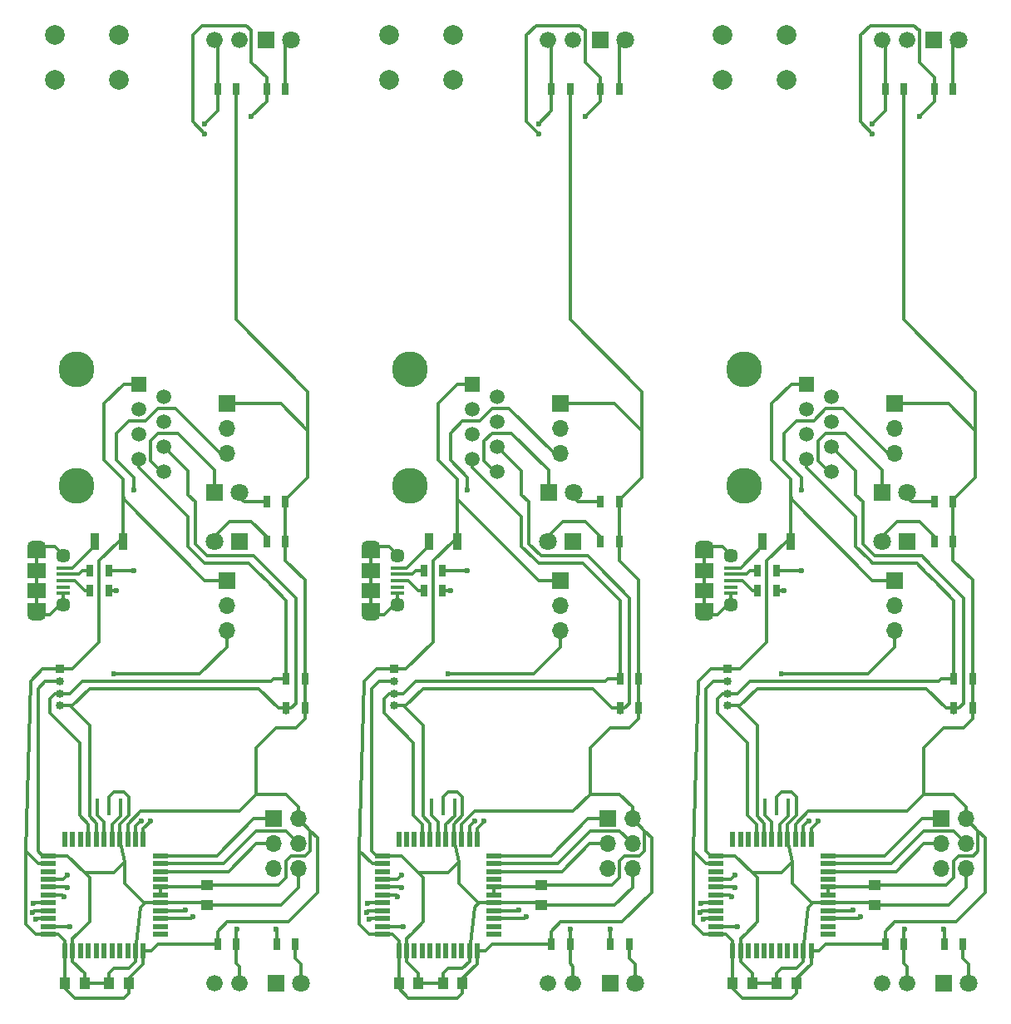
<source format=gtl>
%MOIN*%
%OFA0B0*%
%FSLAX46Y46*%
%IPPOS*%
%LPD*%
%ADD10C,0.0039370078740157488*%
%ADD11R,0.066929133858267723X0.066929133858267723*%
%ADD12O,0.066929133858267723X0.066929133858267723*%
%ADD13R,0.035433070866141732X0.066929133858267723*%
%ADD14R,0.059055118110236227X0.021653543307086617*%
%ADD15R,0.021653543307086617X0.059055118110236227*%
%ADD16R,0.074803149606299218X0.059055118110236227*%
%ADD17C,0.057086614173228349*%
%ADD18R,0.053149606299212608X0.015748031496062995*%
%ADD19O,0.074803149606299218X0.047244094488188976*%
%ADD20R,0.074803149606299218X0.047244094488188976*%
%ADD21R,0.015748031496062995X0.070866141732283464*%
%ADD22R,0.033464566929133861X0.033464566929133861*%
%ADD23C,0.033464566929133861*%
%ADD24C,0.1437007874015748*%
%ADD25R,0.059055118110236227X0.059055118110236227*%
%ADD26C,0.059055118110236227*%
%ADD27C,0.07874015748031496*%
%ADD28C,0.066*%
%ADD29R,0.070866141732283464X0.070866141732283464*%
%ADD30C,0.070866141732283464*%
%ADD31R,0.027559055118110236X0.051181102362204731*%
%ADD32R,0.03937007874015748X0.049212598425196853*%
%ADD33R,0.049212598425196853X0.03937007874015748*%
%ADD34C,0.023622047244094488*%
%ADD35C,0.012000000000000002*%
%ADD46C,0.0039370078740157488*%
%ADD47R,0.066929133858267723X0.066929133858267723*%
%ADD48O,0.066929133858267723X0.066929133858267723*%
%ADD49R,0.035433070866141732X0.066929133858267723*%
%ADD50R,0.059055118110236227X0.021653543307086617*%
%ADD51R,0.021653543307086617X0.059055118110236227*%
%ADD52R,0.074803149606299218X0.059055118110236227*%
%ADD53C,0.057086614173228349*%
%ADD54R,0.053149606299212608X0.015748031496062995*%
%ADD55O,0.074803149606299218X0.047244094488188976*%
%ADD56R,0.074803149606299218X0.047244094488188976*%
%ADD57R,0.015748031496062995X0.070866141732283464*%
%ADD58R,0.033464566929133861X0.033464566929133861*%
%ADD59C,0.033464566929133861*%
%ADD60C,0.1437007874015748*%
%ADD61R,0.059055118110236227X0.059055118110236227*%
%ADD62C,0.059055118110236227*%
%ADD63C,0.07874015748031496*%
%ADD64C,0.066*%
%ADD65R,0.070866141732283464X0.070866141732283464*%
%ADD66C,0.070866141732283464*%
%ADD67R,0.027559055118110236X0.051181102362204731*%
%ADD68R,0.03937007874015748X0.049212598425196853*%
%ADD69R,0.049212598425196853X0.03937007874015748*%
%ADD70C,0.023622047244094488*%
%ADD71C,0.012000000000000002*%
%ADD72C,0.0039370078740157488*%
%ADD73R,0.066929133858267723X0.066929133858267723*%
%ADD74O,0.066929133858267723X0.066929133858267723*%
%ADD75R,0.035433070866141732X0.066929133858267723*%
%ADD76R,0.059055118110236227X0.021653543307086617*%
%ADD77R,0.021653543307086617X0.059055118110236227*%
%ADD78R,0.074803149606299218X0.059055118110236227*%
%ADD79C,0.057086614173228349*%
%ADD80R,0.053149606299212608X0.015748031496062995*%
%ADD81O,0.074803149606299218X0.047244094488188976*%
%ADD82R,0.074803149606299218X0.047244094488188976*%
%ADD83R,0.015748031496062995X0.070866141732283464*%
%ADD84R,0.033464566929133861X0.033464566929133861*%
%ADD85C,0.033464566929133861*%
%ADD86C,0.1437007874015748*%
%ADD87R,0.059055118110236227X0.059055118110236227*%
%ADD88C,0.059055118110236227*%
%ADD89C,0.07874015748031496*%
%ADD90C,0.066*%
%ADD91R,0.070866141732283464X0.070866141732283464*%
%ADD92C,0.070866141732283464*%
%ADD93R,0.027559055118110236X0.051181102362204731*%
%ADD94R,0.03937007874015748X0.049212598425196853*%
%ADD95R,0.049212598425196853X0.03937007874015748*%
%ADD96C,0.023622047244094488*%
%ADD97C,0.012000000000000002*%
G01*
D10*
D11*
X-0001585590Y0005362952D02*
X0001013779Y0000738188D03*
D12*
X0001113779Y0000738188D03*
X0001013779Y0000638188D03*
X0001113779Y0000638188D03*
X0001013779Y0000538188D03*
X0001113779Y0000538188D03*
D13*
X0000411417Y0001850393D03*
X0000297244Y0001850393D03*
D14*
X0000559055Y0000275590D03*
X0000559055Y0000307086D03*
X0000559055Y0000338582D03*
X0000559055Y0000370078D03*
X0000559055Y0000401574D03*
X0000559055Y0000433070D03*
X0000559055Y0000464566D03*
X0000559055Y0000496062D03*
X0000559055Y0000527558D03*
X0000559055Y0000559054D03*
X0000559055Y0000590550D03*
D15*
X0000492126Y0000657480D03*
X0000460629Y0000657480D03*
X0000429133Y0000657480D03*
X0000397637Y0000657480D03*
X0000366141Y0000657480D03*
X0000334645Y0000657480D03*
X0000303149Y0000657480D03*
X0000271653Y0000657480D03*
X0000240157Y0000657480D03*
X0000208661Y0000657480D03*
X0000177165Y0000657480D03*
D14*
X0000110236Y0000590550D03*
X0000110236Y0000559054D03*
X0000110236Y0000527558D03*
X0000110236Y0000496062D03*
X0000110236Y0000464566D03*
X0000110236Y0000433070D03*
X0000110236Y0000401574D03*
X0000110236Y0000370078D03*
X0000110236Y0000338582D03*
X0000110236Y0000307086D03*
X0000110236Y0000275590D03*
D15*
X0000177165Y0000208661D03*
X0000208661Y0000208661D03*
X0000240157Y0000208661D03*
X0000271653Y0000208661D03*
X0000303149Y0000208661D03*
X0000334645Y0000208661D03*
X0000366141Y0000208661D03*
X0000397637Y0000208661D03*
X0000429133Y0000208661D03*
X0000460629Y0000208661D03*
X0000492126Y0000208661D03*
D16*
X0000064960Y0001653543D03*
D17*
X0000171259Y0001791338D03*
D18*
X0000171259Y0001718503D03*
X0000171259Y0001744094D03*
X0000171259Y0001641732D03*
X0000171259Y0001667322D03*
X0000171259Y0001692913D03*
D17*
X0000171259Y0001594487D03*
D16*
X0000064960Y0001732283D03*
D19*
X0000064960Y0001830708D03*
X0000064960Y0001555117D03*
D20*
X0000064960Y0001578739D03*
X0000064960Y0001807086D03*
D21*
X0000307086Y0000787401D03*
X0000354330Y0000787401D03*
X0000401574Y0000787401D03*
D22*
X0000157480Y0001338582D03*
D23*
X0000157480Y0001289369D03*
X0000157480Y0001240157D03*
X0000157480Y0001190944D03*
D24*
X0000222440Y0002071653D03*
X0000222440Y0002538976D03*
D25*
X0000472440Y0002480314D03*
D26*
X0000572440Y0002430314D03*
X0000472440Y0002380314D03*
X0000572440Y0002330314D03*
X0000472440Y0002280314D03*
X0000572440Y0002230314D03*
X0000472440Y0002180314D03*
X0000572440Y0002130314D03*
D27*
X0000393700Y0003700787D03*
X0000393700Y0003877952D03*
X0000137795Y0003700787D03*
X0000137795Y0003877952D03*
D28*
X0000776771Y0000078739D03*
X0000876771Y0000078739D03*
X0000876771Y0003858267D03*
X0000776771Y0003858267D03*
D29*
X0000875984Y0001850393D03*
D30*
X0000775984Y0001850393D03*
D29*
X0000777559Y0002047243D03*
D30*
X0000877559Y0002047243D03*
D31*
X0001064960Y0001181102D03*
X0001139763Y0001181102D03*
X0001064960Y0001299212D03*
X0001139763Y0001299212D03*
X0000352362Y0001653543D03*
X0000277559Y0001653543D03*
X0000352362Y0001732283D03*
X0000277559Y0001732283D03*
X0000986220Y0001850393D03*
X0001061023Y0001850393D03*
X0000986220Y0002007873D03*
X0001061023Y0002007873D03*
X0000864173Y0000236220D03*
X0000789370Y0000236220D03*
X0001100393Y0000236220D03*
X0001025590Y0000236220D03*
X0001061023Y0003661417D03*
X0000986220Y0003661417D03*
X0000789370Y0003661417D03*
X0000864173Y0003661417D03*
D32*
X0000177165Y0000078739D03*
X0000255905Y0000078739D03*
X0000433070Y0000078739D03*
X0000354330Y0000078739D03*
D33*
X0000748031Y0000472440D03*
X0000748031Y0000393700D03*
D29*
X0000984252Y0003858267D03*
D30*
X0001084252Y0003858267D03*
D29*
X0001023622Y0000078739D03*
D30*
X0001123622Y0000078739D03*
D11*
X0000826771Y0001692913D03*
D12*
X0000826771Y0001592913D03*
X0000826771Y0001492913D03*
D11*
X0000826771Y0002401574D03*
D12*
X0000826771Y0002301574D03*
X0000826771Y0002201574D03*
D34*
X0000187007Y0000462598D03*
X0000173228Y0000427165D03*
X0000738189Y0003523621D03*
X0000374015Y0001318897D03*
X0000196850Y0000305117D03*
X0000187007Y0000511810D03*
X0000452755Y0002057086D03*
X0000519685Y0000728346D03*
X0000866141Y0000295275D03*
X0000047244Y0000364172D03*
X0000738189Y0003484251D03*
X0000925196Y0003553149D03*
X0000051181Y0000397637D03*
X0001023622Y0000295275D03*
X0000059055Y0000334645D03*
X0000482283Y0000728346D03*
X0000659448Y0000374015D03*
X0000383858Y0001653543D03*
X0000452755Y0001732283D03*
X0000688976Y0000344487D03*
D35*
X0000460629Y0000208661D02*
X0000460629Y0000165354D01*
X0000354330Y0000118110D02*
X0000354330Y0000078739D01*
X0000374015Y0000137795D02*
X0000354330Y0000118110D01*
X0000433070Y0000137795D02*
X0000374015Y0000137795D01*
X0000460629Y0000165354D02*
X0000433070Y0000137795D01*
X0000208661Y0000208661D02*
X0000208661Y0000165354D01*
X0000255905Y0000118110D02*
X0000255905Y0000078739D01*
X0000208661Y0000165354D02*
X0000255905Y0000118110D01*
X0000208661Y0000208661D02*
X0000208661Y0000257873D01*
X0000275590Y0000501968D02*
X0000255905Y0000521653D01*
X0000275590Y0000324802D02*
X0000275590Y0000501968D01*
X0000228346Y0000277558D02*
X0000275590Y0000324802D01*
X0000208661Y0000257873D02*
X0000228346Y0000277558D01*
X0000433070Y0000756452D02*
X0000433070Y0000751968D01*
X0000433070Y0000756452D02*
X0000433070Y0000826771D01*
X0000433070Y0000826771D02*
X0000413385Y0000846456D01*
X0000413385Y0000846456D02*
X0000374015Y0000846456D01*
X0000374015Y0000846456D02*
X0000354330Y0000826771D01*
X0000354330Y0000787401D02*
X0000354330Y0000826771D01*
X0000397637Y0000716535D02*
X0000397637Y0000657480D01*
X0000433070Y0000751968D02*
X0000397637Y0000716535D01*
X0000171259Y0001594487D02*
X0000171259Y0001641732D01*
X0000572440Y0002130314D02*
X0000562598Y0002130314D01*
X0000562598Y0002130314D02*
X0000519685Y0002173228D01*
X0000519685Y0002173228D02*
X0000519685Y0002251968D01*
X0000519685Y0002251968D02*
X0000551181Y0002283464D01*
X0000551181Y0002283464D02*
X0000629921Y0002283464D01*
X0000629921Y0002283464D02*
X0000777559Y0002135826D01*
X0000777559Y0002135826D02*
X0000777559Y0002047243D01*
X0000171259Y0001791338D02*
X0000171259Y0001797243D01*
X0000171259Y0001797243D02*
X0000137795Y0001830708D01*
X0000137795Y0001830708D02*
X0000064960Y0001830708D01*
X0000171259Y0001594487D02*
X0000157480Y0001594487D01*
X0000157480Y0001594487D02*
X0000118110Y0001555117D01*
X0000118110Y0001555117D02*
X0000064960Y0001555117D01*
X0000064960Y0001732283D02*
X0000064960Y0001807086D01*
X0000064960Y0001807086D02*
X0000064960Y0001830708D01*
X0000064960Y0001653543D02*
X0000064960Y0001732283D01*
X0000064960Y0001555117D02*
X0000064960Y0001653543D01*
X0000064960Y0001555117D02*
X0000064960Y0001578739D01*
X0000460629Y0000208661D02*
X0000480315Y0000381889D01*
X0000480315Y0000381889D02*
X0000500000Y0000401574D01*
X0000559055Y0000401574D02*
X0000500000Y0000401574D01*
X0000500000Y0000401574D02*
X0000494094Y0000401574D01*
X0000494094Y0000401574D02*
X0000417322Y0000478346D01*
X0000417322Y0000478346D02*
X0000417322Y0000564960D01*
X0000397637Y0000657480D02*
X0000417322Y0000564960D01*
X0000187007Y0000590550D02*
X0000110236Y0000590550D01*
X0000255905Y0000521653D02*
X0000187007Y0000590550D01*
X0000417322Y0000564960D02*
X0000374015Y0000521653D01*
X0000374015Y0000521653D02*
X0000255905Y0000521653D01*
X0000157480Y0001289369D02*
X0000098425Y0001289369D01*
X0000098425Y0001289369D02*
X0000068897Y0001259842D01*
X0000068897Y0001259842D02*
X0000068897Y0000610235D01*
X0000068897Y0000610235D02*
X0000088582Y0000590550D01*
X0000088582Y0000590550D02*
X0000110236Y0000590550D01*
X0000255905Y0000078739D02*
X0000354330Y0000078739D01*
X0000748031Y0000393700D02*
X0001043307Y0000393700D01*
X0001113779Y0000464172D02*
X0001113779Y0000538188D01*
X0001043307Y0000393700D02*
X0001113779Y0000464172D01*
X0000559055Y0000401574D02*
X0000740157Y0000401574D01*
X0000740157Y0000401574D02*
X0000748031Y0000393700D01*
X0000362204Y0000086613D02*
X0000354330Y0000078739D01*
X0000110236Y0000464566D02*
X0000185039Y0000464566D01*
X0000185039Y0000464566D02*
X0000187007Y0000462598D01*
X0000110236Y0000433070D02*
X0000167322Y0000433070D01*
X0000167322Y0000433070D02*
X0000173228Y0000427165D01*
X0000789370Y0003661417D02*
X0000789370Y0003845669D01*
X0000789370Y0003845669D02*
X0000776771Y0003858267D01*
X0000789370Y0003574802D02*
X0000789370Y0003661417D01*
X0000738189Y0003523621D02*
X0000789370Y0003574802D01*
X0000826771Y0001427165D02*
X0000718503Y0001318897D01*
X0000718503Y0001318897D02*
X0000374015Y0001318897D01*
X0000826771Y0001492913D02*
X0000826771Y0001427165D01*
X0000194881Y0000307086D02*
X0000110236Y0000307086D01*
X0000196850Y0000305117D02*
X0000194881Y0000307086D01*
X0000110236Y0000496062D02*
X0000171259Y0000496062D01*
X0000171259Y0000496062D02*
X0000187007Y0000511810D01*
X0000826771Y0002201574D02*
X0000800393Y0002201574D01*
X0000800393Y0002201574D02*
X0000620078Y0002381889D01*
X0000620078Y0002381889D02*
X0000551181Y0002381889D01*
X0000551181Y0002381889D02*
X0000501968Y0002332676D01*
X0000501968Y0002332676D02*
X0000433070Y0002332676D01*
X0000433070Y0002332676D02*
X0000383858Y0002283464D01*
X0000383858Y0002283464D02*
X0000383858Y0002175196D01*
X0000383858Y0002175196D02*
X0000452755Y0002106298D01*
X0000452755Y0002106298D02*
X0000452755Y0002057086D01*
X0000519685Y0000728346D02*
X0000519685Y0000726377D01*
X0000492126Y0000698818D02*
X0000492126Y0000657480D01*
X0000519685Y0000726377D02*
X0000492126Y0000698818D01*
X0000864173Y0000236220D02*
X0000864173Y0000293306D01*
X0000864173Y0000293306D02*
X0000866141Y0000295275D01*
X0000876771Y0000078739D02*
X0000876771Y0000146850D01*
X0000864173Y0000159448D02*
X0000864173Y0000236220D01*
X0000876771Y0000146850D02*
X0000864173Y0000159448D01*
X0000110236Y0000370078D02*
X0000053149Y0000370078D01*
X0000053149Y0000370078D02*
X0000047244Y0000364172D01*
X0000925196Y0003897637D02*
X0000923228Y0003897637D01*
X0000738189Y0003484251D02*
X0000688976Y0003533464D01*
X0000688976Y0003533464D02*
X0000688976Y0003877952D01*
X0000925196Y0003897637D02*
X0000925196Y0003769684D01*
X0000925196Y0003769684D02*
X0000986220Y0003708661D01*
X0000986220Y0003661417D02*
X0000986220Y0003708661D01*
X0000728346Y0003917322D02*
X0000688976Y0003877952D01*
X0000903543Y0003917322D02*
X0000728346Y0003917322D01*
X0000923228Y0003897637D02*
X0000903543Y0003917322D01*
X0000110236Y0000401574D02*
X0000055118Y0000401574D01*
X0000925196Y0003553149D02*
X0000986220Y0003614172D01*
X0000986220Y0003614172D02*
X0000986220Y0003661417D01*
X0000055118Y0000401574D02*
X0000051181Y0000397637D01*
X0001064960Y0001181102D02*
X0001082677Y0001181102D01*
X0001102362Y0001624015D02*
X0000974409Y0001751968D01*
X0001102362Y0001200787D02*
X0001102362Y0001624015D01*
X0001082677Y0001181102D02*
X0001102362Y0001200787D01*
X0000807086Y0001259842D02*
X0000954724Y0001259842D01*
X0000206692Y0001190944D02*
X0000275590Y0001259842D01*
X0000157480Y0001190944D02*
X0000206692Y0001190944D01*
X0000807086Y0001259842D02*
X0000275590Y0001259842D01*
X0001033464Y0001181102D02*
X0001064960Y0001181102D01*
X0000954724Y0001259842D02*
X0001033464Y0001181102D01*
X0000698818Y0001840550D02*
X0000748031Y0001791338D01*
X0000748031Y0001791338D02*
X0000935039Y0001791338D01*
X0000935039Y0001791338D02*
X0000974409Y0001751968D01*
X0000572440Y0002230314D02*
X0000669291Y0002133464D01*
X0000669291Y0002037401D02*
X0000669291Y0002133464D01*
X0000698818Y0002007873D02*
X0000669291Y0002037401D01*
X0000698818Y0001840550D02*
X0000698818Y0002007873D01*
X0001064960Y0001181102D02*
X0001064960Y0001163385D01*
X0000303149Y0000657480D02*
X0000303149Y0000720472D01*
X0000275590Y0000748031D02*
X0000275590Y0001112204D01*
X0000275590Y0001112204D02*
X0000196850Y0001190944D01*
X0000196850Y0001190944D02*
X0000157480Y0001190944D01*
X0000275590Y0000748031D02*
X0000303149Y0000720472D01*
X0000974409Y0001751968D02*
X0000964566Y0001761810D01*
X0001064960Y0001181102D02*
X0001064960Y0001188976D01*
X0000568503Y0002234251D02*
X0000572440Y0002230314D01*
X0000797244Y0001289369D02*
X0001003937Y0001289369D01*
X0001013779Y0001299212D02*
X0001064960Y0001299212D01*
X0001003937Y0001289369D02*
X0001013779Y0001299212D01*
X0000196850Y0001240157D02*
X0000246063Y0001289369D01*
X0000196850Y0001240157D02*
X0000157480Y0001240157D01*
X0000797244Y0001289369D02*
X0000246063Y0001289369D01*
X0001064960Y0001299212D02*
X0001064960Y0001612204D01*
X0000954724Y0001722440D02*
X0000986220Y0001690944D01*
X0001064960Y0001612204D02*
X0000986220Y0001690944D01*
X0000669291Y0001830708D02*
X0000718503Y0001781495D01*
X0000669291Y0001830708D02*
X0000669291Y0001948818D01*
X0000669291Y0001948818D02*
X0000472440Y0002145669D01*
X0000472440Y0002180314D02*
X0000472440Y0002145669D01*
X0000915354Y0001761810D02*
X0000954724Y0001722440D01*
X0000738189Y0001761810D02*
X0000915354Y0001761810D01*
X0000728346Y0001771653D02*
X0000738189Y0001761810D01*
X0000718503Y0001781495D02*
X0000728346Y0001771653D01*
X0000236220Y0000757873D02*
X0000236220Y0000751968D01*
X0000236220Y0000751968D02*
X0000271653Y0000716535D01*
X0000271653Y0000716535D02*
X0000271653Y0000657480D01*
X0000157480Y0001240157D02*
X0000137795Y0001240157D01*
X0000118110Y0001220472D02*
X0000137795Y0001240157D01*
X0000118110Y0001161417D02*
X0000118110Y0001220472D01*
X0000236220Y0001043306D02*
X0000118110Y0001161417D01*
X0000236220Y0000757873D02*
X0000236220Y0001043306D01*
X0000559055Y0000527558D02*
X0000832677Y0000527558D01*
X0000943307Y0000638188D02*
X0001013779Y0000638188D01*
X0000832677Y0000527558D02*
X0000943307Y0000638188D01*
X0000559055Y0000559054D02*
X0000814960Y0000559054D01*
X0001062992Y0000688976D02*
X0001113779Y0000638188D01*
X0000944881Y0000688976D02*
X0001062992Y0000688976D01*
X0000814960Y0000559054D02*
X0000944881Y0000688976D01*
X0000559055Y0000590550D02*
X0000620078Y0000590550D01*
X0000620078Y0000590550D02*
X0000787401Y0000590550D01*
X0000787401Y0000590550D02*
X0000935039Y0000738188D01*
X0000935039Y0000738188D02*
X0001013779Y0000738188D01*
X0000401574Y0000787401D02*
X0000401574Y0000749999D01*
X0000366141Y0000714566D02*
X0000366141Y0000657480D01*
X0000401574Y0000749999D02*
X0000366141Y0000714566D01*
X0000307086Y0000787401D02*
X0000307086Y0000751968D01*
X0000307086Y0000751968D02*
X0000334645Y0000724409D01*
X0000334645Y0000724409D02*
X0000334645Y0000657480D01*
X0001025590Y0000293306D02*
X0001023622Y0000295275D01*
X0001025590Y0000236220D02*
X0001025590Y0000293306D01*
X0000110236Y0000338582D02*
X0000062992Y0000338582D01*
X0000062992Y0000338582D02*
X0000059055Y0000334645D01*
X0000482283Y0000728346D02*
X0000480315Y0000728346D01*
X0000460629Y0000708661D02*
X0000460629Y0000657480D01*
X0000480315Y0000728346D02*
X0000460629Y0000708661D01*
X0000480315Y0000726377D02*
X0000482283Y0000728346D01*
X0000352362Y0001653543D02*
X0000383858Y0001653543D01*
X0000655511Y0000370078D02*
X0000659448Y0000374015D01*
X0000655511Y0000370078D02*
X0000559055Y0000370078D01*
X0000352362Y0001732283D02*
X0000452755Y0001732283D01*
X0000683070Y0000338582D02*
X0000559055Y0000338582D01*
X0000683070Y0000338582D02*
X0000688976Y0000344487D01*
X0001139763Y0001299212D02*
X0001139763Y0001694881D01*
X0001061023Y0001773621D02*
X0001061023Y0001850393D01*
X0001139763Y0001694881D02*
X0001061023Y0001773621D01*
X0001139763Y0001181102D02*
X0001139763Y0001299212D01*
X0001139763Y0001181102D02*
X0001139763Y0001139763D01*
X0001023622Y0001102361D02*
X0000944881Y0001023621D01*
X0001102362Y0001102361D02*
X0001023622Y0001102361D01*
X0001139763Y0001139763D02*
X0001102362Y0001102361D01*
X0000826771Y0001692913D02*
X0000738189Y0001692913D01*
X0000413385Y0002027558D02*
X0000411417Y0002027558D01*
X0000413385Y0002017716D02*
X0000413385Y0002027558D01*
X0000738189Y0001692913D02*
X0000413385Y0002017716D01*
X0000826771Y0002401574D02*
X0001043307Y0002401574D01*
X0001043307Y0002401574D02*
X0001151574Y0002293306D01*
X0000944881Y0000836613D02*
X0000944881Y0001023621D01*
X0000177165Y0000078739D02*
X0000177165Y0000059054D01*
X0000177165Y0000059054D02*
X0000216535Y0000019684D01*
X0000433070Y0000039369D02*
X0000433070Y0000078739D01*
X0000413385Y0000019684D02*
X0000433070Y0000039369D01*
X0000216535Y0000019684D02*
X0000413385Y0000019684D01*
X0000492126Y0000208661D02*
X0000523622Y0000208661D01*
X0000551181Y0000236220D02*
X0000789370Y0000236220D01*
X0000523622Y0000208661D02*
X0000551181Y0000236220D01*
X0000492126Y0000208661D02*
X0000492126Y0000157480D01*
X0000492126Y0000157480D02*
X0000433070Y0000098424D01*
X0000433070Y0000098424D02*
X0000433070Y0000078739D01*
X0000110236Y0000275590D02*
X0000151574Y0000275590D01*
X0000177165Y0000249999D02*
X0000177165Y0000208661D01*
X0000151574Y0000275590D02*
X0000177165Y0000249999D01*
X0000429133Y0000657480D02*
X0000429133Y0000716535D01*
X0000429133Y0000716535D02*
X0000480315Y0000767716D01*
X0001151574Y0002303149D02*
X0001151574Y0002450787D01*
X0001061023Y0002015747D02*
X0001151574Y0002106298D01*
X0001151574Y0002106298D02*
X0001151574Y0002293306D01*
X0001151574Y0002293306D02*
X0001151574Y0002303149D01*
X0000864173Y0002738188D02*
X0000864173Y0003525590D01*
X0001151574Y0002450787D02*
X0000864173Y0002738188D01*
X0000864173Y0003525590D02*
X0000864173Y0003661417D01*
X0000314960Y0001446850D02*
X0000206692Y0001338582D01*
X0000411417Y0001850393D02*
X0000411417Y0002027558D01*
X0000411417Y0002027558D02*
X0000411417Y0002098424D01*
X0000413385Y0002480314D02*
X0000472440Y0002480314D01*
X0000334645Y0002401574D02*
X0000413385Y0002480314D01*
X0000334645Y0002175196D02*
X0000334645Y0002401574D01*
X0000411417Y0002098424D02*
X0000334645Y0002175196D01*
X0001062992Y0000836613D02*
X0001113779Y0000785826D01*
X0000944881Y0000836613D02*
X0001062992Y0000836613D01*
X0000875984Y0000767716D02*
X0000944881Y0000836613D01*
X0000480315Y0000767716D02*
X0000875984Y0000767716D01*
X0001061023Y0002007873D02*
X0001061023Y0002015747D01*
X0001061023Y0001850393D02*
X0001061023Y0002007873D01*
X0001113779Y0000738188D02*
X0001113779Y0000785826D01*
X0000789370Y0000236220D02*
X0000789370Y0000287401D01*
X0000789370Y0000287401D02*
X0000826771Y0000324802D01*
X0000826771Y0000324802D02*
X0001072834Y0000324802D01*
X0001072834Y0000324802D02*
X0001190944Y0000442913D01*
X0001190944Y0000442913D02*
X0001190944Y0000661023D01*
X0001190944Y0000661023D02*
X0001161417Y0000690550D01*
X0000748031Y0000472440D02*
X0001033464Y0000472440D01*
X0001033464Y0000472440D02*
X0001062992Y0000501968D01*
X0001062992Y0000501968D02*
X0001062992Y0000570865D01*
X0001062992Y0000570865D02*
X0001082677Y0000590550D01*
X0001082677Y0000590550D02*
X0001141732Y0000590550D01*
X0001141732Y0000590550D02*
X0001161417Y0000610235D01*
X0001161417Y0000610235D02*
X0001161417Y0000690550D01*
X0001161417Y0000690550D02*
X0001113779Y0000738188D01*
X0000559055Y0000464566D02*
X0000740157Y0000464566D01*
X0000740157Y0000464566D02*
X0000748031Y0000472440D01*
X0000559055Y0000433070D02*
X0000559055Y0000464566D01*
X0000177165Y0000208661D02*
X0000177165Y0000078739D01*
X0000110236Y0000275590D02*
X0000059055Y0000275590D01*
X0000019685Y0000314960D02*
X0000019685Y0000610235D01*
X0000059055Y0000275590D02*
X0000019685Y0000314960D01*
X0000157480Y0001338582D02*
X0000088582Y0001338582D01*
X0000070866Y0000559054D02*
X0000110236Y0000559054D01*
X0000019685Y0000610235D02*
X0000070866Y0000559054D01*
X0000039370Y0001289369D02*
X0000019685Y0000610235D01*
X0000088582Y0001338582D02*
X0000039370Y0001289369D01*
X0000411417Y0001850393D02*
X0000393700Y0001850393D01*
X0000393700Y0001850393D02*
X0000314960Y0001771653D01*
X0000314960Y0001771653D02*
X0000314960Y0001446850D01*
X0000206692Y0001338582D02*
X0000157480Y0001338582D01*
X0000171259Y0001744094D02*
X0000208661Y0001744094D01*
X0000208661Y0001744094D02*
X0000297244Y0001832676D01*
X0000297244Y0001832676D02*
X0000297244Y0001850393D01*
X0000171259Y0001692913D02*
X0000216535Y0001692913D01*
X0000255905Y0001653543D02*
X0000277559Y0001653543D01*
X0000216535Y0001692913D02*
X0000255905Y0001653543D01*
X0000171259Y0001718503D02*
X0000232283Y0001718503D01*
X0000246063Y0001732283D02*
X0000277559Y0001732283D01*
X0000232283Y0001718503D02*
X0000246063Y0001732283D01*
X0001061023Y0003661417D02*
X0001061023Y0003835039D01*
X0001061023Y0003835039D02*
X0001084252Y0003858267D01*
X0000877559Y0002047243D02*
X0000877559Y0002025984D01*
X0000877559Y0002025984D02*
X0000895669Y0002007873D01*
X0000895669Y0002007873D02*
X0000986220Y0002007873D01*
X0000775984Y0001850393D02*
X0000775984Y0001868503D01*
X0000775984Y0001868503D02*
X0000836614Y0001929133D01*
X0000836614Y0001929133D02*
X0000925196Y0001929133D01*
X0000925196Y0001929133D02*
X0000986220Y0001868110D01*
X0000986220Y0001868110D02*
X0000986220Y0001850393D01*
X0001123622Y0000078739D02*
X0001123622Y0000155905D01*
X0001100393Y0000179133D02*
X0001100393Y0000236220D01*
X0001123622Y0000155905D02*
X0001100393Y0000179133D01*
G04 next file*
G04 #@! TF.FileFunction,Copper,L1,Top,Signal*
G04 Gerber Fmt 4.6, Leading zero omitted, Abs format (unit mm)*
G04 Created by KiCad (PCBNEW 4.0.6) date 06/30/20 08:24:00*
G01*
G04 APERTURE LIST*
G04 APERTURE END LIST*
D46*
D47*
X-0000247007Y0005362952D02*
X0002352362Y0000738188D03*
D48*
X0002452362Y0000738188D03*
X0002352362Y0000638188D03*
X0002452362Y0000638188D03*
X0002352362Y0000538188D03*
X0002452362Y0000538188D03*
D49*
X0001749999Y0001850393D03*
X0001635826Y0001850393D03*
D50*
X0001897637Y0000275590D03*
X0001897637Y0000307086D03*
X0001897637Y0000338582D03*
X0001897637Y0000370078D03*
X0001897637Y0000401574D03*
X0001897637Y0000433070D03*
X0001897637Y0000464566D03*
X0001897637Y0000496062D03*
X0001897637Y0000527558D03*
X0001897637Y0000559054D03*
X0001897637Y0000590550D03*
D51*
X0001830708Y0000657480D03*
X0001799212Y0000657480D03*
X0001767716Y0000657480D03*
X0001736220Y0000657480D03*
X0001704724Y0000657480D03*
X0001673228Y0000657480D03*
X0001641732Y0000657480D03*
X0001610236Y0000657480D03*
X0001578740Y0000657480D03*
X0001547244Y0000657480D03*
X0001515747Y0000657480D03*
D50*
X0001448818Y0000590550D03*
X0001448818Y0000559054D03*
X0001448818Y0000527558D03*
X0001448818Y0000496062D03*
X0001448818Y0000464566D03*
X0001448818Y0000433070D03*
X0001448818Y0000401574D03*
X0001448818Y0000370078D03*
X0001448818Y0000338582D03*
X0001448818Y0000307086D03*
X0001448818Y0000275590D03*
D51*
X0001515747Y0000208661D03*
X0001547244Y0000208661D03*
X0001578740Y0000208661D03*
X0001610236Y0000208661D03*
X0001641732Y0000208661D03*
X0001673228Y0000208661D03*
X0001704724Y0000208661D03*
X0001736220Y0000208661D03*
X0001767716Y0000208661D03*
X0001799212Y0000208661D03*
X0001830708Y0000208661D03*
D52*
X0001403543Y0001653543D03*
D53*
X0001509842Y0001791338D03*
D54*
X0001509842Y0001718503D03*
X0001509842Y0001744094D03*
X0001509842Y0001641732D03*
X0001509842Y0001667322D03*
X0001509842Y0001692913D03*
D53*
X0001509842Y0001594487D03*
D52*
X0001403543Y0001732283D03*
D55*
X0001403543Y0001830708D03*
X0001403543Y0001555117D03*
D56*
X0001403543Y0001578739D03*
X0001403543Y0001807086D03*
D57*
X0001645669Y0000787401D03*
X0001692913Y0000787401D03*
X0001740157Y0000787401D03*
D58*
X0001496062Y0001338582D03*
D59*
X0001496062Y0001289369D03*
X0001496062Y0001240157D03*
X0001496062Y0001190944D03*
D60*
X0001561023Y0002071653D03*
X0001561023Y0002538976D03*
D61*
X0001811023Y0002480314D03*
D62*
X0001911023Y0002430314D03*
X0001811023Y0002380314D03*
X0001911023Y0002330314D03*
X0001811023Y0002280314D03*
X0001911023Y0002230314D03*
X0001811023Y0002180314D03*
X0001911023Y0002130314D03*
D63*
X0001732283Y0003700787D03*
X0001732283Y0003877952D03*
X0001476377Y0003700787D03*
X0001476377Y0003877952D03*
D64*
X0002115354Y0000078739D03*
X0002215354Y0000078739D03*
X0002215354Y0003858267D03*
X0002115354Y0003858267D03*
D65*
X0002214566Y0001850393D03*
D66*
X0002114566Y0001850393D03*
D65*
X0002116141Y0002047243D03*
D66*
X0002216141Y0002047243D03*
D67*
X0002403543Y0001181102D03*
X0002478346Y0001181102D03*
X0002403543Y0001299212D03*
X0002478346Y0001299212D03*
X0001690944Y0001653543D03*
X0001616141Y0001653543D03*
X0001690944Y0001732283D03*
X0001616141Y0001732283D03*
X0002324803Y0001850393D03*
X0002399606Y0001850393D03*
X0002324803Y0002007873D03*
X0002399606Y0002007873D03*
X0002202755Y0000236220D03*
X0002127952Y0000236220D03*
X0002438976Y0000236220D03*
X0002364173Y0000236220D03*
X0002399606Y0003661417D03*
X0002324803Y0003661417D03*
X0002127952Y0003661417D03*
X0002202755Y0003661417D03*
D68*
X0001515747Y0000078739D03*
X0001594488Y0000078739D03*
X0001771653Y0000078739D03*
X0001692913Y0000078739D03*
D69*
X0002086614Y0000472440D03*
X0002086614Y0000393700D03*
D65*
X0002322834Y0003858267D03*
D66*
X0002422834Y0003858267D03*
D65*
X0002362204Y0000078739D03*
D66*
X0002462204Y0000078739D03*
D47*
X0002165354Y0001692913D03*
D48*
X0002165354Y0001592913D03*
X0002165354Y0001492913D03*
D47*
X0002165354Y0002401574D03*
D48*
X0002165354Y0002301574D03*
X0002165354Y0002201574D03*
D70*
X0001525590Y0000462598D03*
X0001511810Y0000427165D03*
X0002076771Y0003523621D03*
X0001712598Y0001318897D03*
X0001535433Y0000305117D03*
X0001525590Y0000511810D03*
X0001791338Y0002057086D03*
X0001858267Y0000728346D03*
X0002204724Y0000295275D03*
X0001385826Y0000364172D03*
X0002076771Y0003484251D03*
X0002263779Y0003553149D03*
X0001389763Y0000397637D03*
X0002362204Y0000295275D03*
X0001397637Y0000334645D03*
X0001820866Y0000728346D03*
X0001998031Y0000374015D03*
X0001722440Y0001653543D03*
X0001791338Y0001732283D03*
X0002027559Y0000344487D03*
D71*
X0001799212Y0000208661D02*
X0001799212Y0000165354D01*
X0001692913Y0000118110D02*
X0001692913Y0000078739D01*
X0001712598Y0000137795D02*
X0001692913Y0000118110D01*
X0001771653Y0000137795D02*
X0001712598Y0000137795D01*
X0001799212Y0000165354D02*
X0001771653Y0000137795D01*
X0001547244Y0000208661D02*
X0001547244Y0000165354D01*
X0001594488Y0000118110D02*
X0001594488Y0000078739D01*
X0001547244Y0000165354D02*
X0001594488Y0000118110D01*
X0001547244Y0000208661D02*
X0001547244Y0000257873D01*
X0001614173Y0000501968D02*
X0001594488Y0000521653D01*
X0001614173Y0000324802D02*
X0001614173Y0000501968D01*
X0001566929Y0000277558D02*
X0001614173Y0000324802D01*
X0001547244Y0000257873D02*
X0001566929Y0000277558D01*
X0001771653Y0000756452D02*
X0001771653Y0000751968D01*
X0001771653Y0000756452D02*
X0001771653Y0000826771D01*
X0001771653Y0000826771D02*
X0001751968Y0000846456D01*
X0001751968Y0000846456D02*
X0001712598Y0000846456D01*
X0001712598Y0000846456D02*
X0001692913Y0000826771D01*
X0001692913Y0000787401D02*
X0001692913Y0000826771D01*
X0001736220Y0000716535D02*
X0001736220Y0000657480D01*
X0001771653Y0000751968D02*
X0001736220Y0000716535D01*
X0001509842Y0001594487D02*
X0001509842Y0001641732D01*
X0001911023Y0002130314D02*
X0001901181Y0002130314D01*
X0001901181Y0002130314D02*
X0001858267Y0002173228D01*
X0001858267Y0002173228D02*
X0001858267Y0002251968D01*
X0001858267Y0002251968D02*
X0001889763Y0002283464D01*
X0001889763Y0002283464D02*
X0001968503Y0002283464D01*
X0001968503Y0002283464D02*
X0002116141Y0002135826D01*
X0002116141Y0002135826D02*
X0002116141Y0002047243D01*
X0001509842Y0001791338D02*
X0001509842Y0001797243D01*
X0001509842Y0001797243D02*
X0001476377Y0001830708D01*
X0001476377Y0001830708D02*
X0001403543Y0001830708D01*
X0001509842Y0001594487D02*
X0001496062Y0001594487D01*
X0001496062Y0001594487D02*
X0001456692Y0001555117D01*
X0001456692Y0001555117D02*
X0001403543Y0001555117D01*
X0001403543Y0001732283D02*
X0001403543Y0001807086D01*
X0001403543Y0001807086D02*
X0001403543Y0001830708D01*
X0001403543Y0001653543D02*
X0001403543Y0001732283D01*
X0001403543Y0001555117D02*
X0001403543Y0001653543D01*
X0001403543Y0001555117D02*
X0001403543Y0001578739D01*
X0001799212Y0000208661D02*
X0001818897Y0000381889D01*
X0001818897Y0000381889D02*
X0001838582Y0000401574D01*
X0001897637Y0000401574D02*
X0001838582Y0000401574D01*
X0001838582Y0000401574D02*
X0001832677Y0000401574D01*
X0001832677Y0000401574D02*
X0001755905Y0000478346D01*
X0001755905Y0000478346D02*
X0001755905Y0000564960D01*
X0001736220Y0000657480D02*
X0001755905Y0000564960D01*
X0001525590Y0000590550D02*
X0001448818Y0000590550D01*
X0001594488Y0000521653D02*
X0001525590Y0000590550D01*
X0001755905Y0000564960D02*
X0001712598Y0000521653D01*
X0001712598Y0000521653D02*
X0001594488Y0000521653D01*
X0001496062Y0001289369D02*
X0001437007Y0001289369D01*
X0001437007Y0001289369D02*
X0001407480Y0001259842D01*
X0001407480Y0001259842D02*
X0001407480Y0000610235D01*
X0001407480Y0000610235D02*
X0001427165Y0000590550D01*
X0001427165Y0000590550D02*
X0001448818Y0000590550D01*
X0001594488Y0000078739D02*
X0001692913Y0000078739D01*
X0002086614Y0000393700D02*
X0002381889Y0000393700D01*
X0002452362Y0000464172D02*
X0002452362Y0000538188D01*
X0002381889Y0000393700D02*
X0002452362Y0000464172D01*
X0001897637Y0000401574D02*
X0002078740Y0000401574D01*
X0002078740Y0000401574D02*
X0002086614Y0000393700D01*
X0001700787Y0000086613D02*
X0001692913Y0000078739D01*
X0001448818Y0000464566D02*
X0001523622Y0000464566D01*
X0001523622Y0000464566D02*
X0001525590Y0000462598D01*
X0001448818Y0000433070D02*
X0001505905Y0000433070D01*
X0001505905Y0000433070D02*
X0001511810Y0000427165D01*
X0002127952Y0003661417D02*
X0002127952Y0003845669D01*
X0002127952Y0003845669D02*
X0002115354Y0003858267D01*
X0002127952Y0003574802D02*
X0002127952Y0003661417D01*
X0002076771Y0003523621D02*
X0002127952Y0003574802D01*
X0002165354Y0001427165D02*
X0002057086Y0001318897D01*
X0002057086Y0001318897D02*
X0001712598Y0001318897D01*
X0002165354Y0001492913D02*
X0002165354Y0001427165D01*
X0001533464Y0000307086D02*
X0001448818Y0000307086D01*
X0001535433Y0000305117D02*
X0001533464Y0000307086D01*
X0001448818Y0000496062D02*
X0001509842Y0000496062D01*
X0001509842Y0000496062D02*
X0001525590Y0000511810D01*
X0002165354Y0002201574D02*
X0002138976Y0002201574D01*
X0002138976Y0002201574D02*
X0001958661Y0002381889D01*
X0001958661Y0002381889D02*
X0001889763Y0002381889D01*
X0001889763Y0002381889D02*
X0001840551Y0002332676D01*
X0001840551Y0002332676D02*
X0001771653Y0002332676D01*
X0001771653Y0002332676D02*
X0001722440Y0002283464D01*
X0001722440Y0002283464D02*
X0001722440Y0002175196D01*
X0001722440Y0002175196D02*
X0001791338Y0002106298D01*
X0001791338Y0002106298D02*
X0001791338Y0002057086D01*
X0001858267Y0000728346D02*
X0001858267Y0000726377D01*
X0001830708Y0000698818D02*
X0001830708Y0000657480D01*
X0001858267Y0000726377D02*
X0001830708Y0000698818D01*
X0002202755Y0000236220D02*
X0002202755Y0000293306D01*
X0002202755Y0000293306D02*
X0002204724Y0000295275D01*
X0002215354Y0000078739D02*
X0002215354Y0000146850D01*
X0002202755Y0000159448D02*
X0002202755Y0000236220D01*
X0002215354Y0000146850D02*
X0002202755Y0000159448D01*
X0001448818Y0000370078D02*
X0001391732Y0000370078D01*
X0001391732Y0000370078D02*
X0001385826Y0000364172D01*
X0002263779Y0003897637D02*
X0002261810Y0003897637D01*
X0002076771Y0003484251D02*
X0002027559Y0003533464D01*
X0002027559Y0003533464D02*
X0002027559Y0003877952D01*
X0002263779Y0003897637D02*
X0002263779Y0003769684D01*
X0002263779Y0003769684D02*
X0002324803Y0003708661D01*
X0002324803Y0003661417D02*
X0002324803Y0003708661D01*
X0002066929Y0003917322D02*
X0002027559Y0003877952D01*
X0002242125Y0003917322D02*
X0002066929Y0003917322D01*
X0002261810Y0003897637D02*
X0002242125Y0003917322D01*
X0001448818Y0000401574D02*
X0001393700Y0000401574D01*
X0002263779Y0003553149D02*
X0002324803Y0003614172D01*
X0002324803Y0003614172D02*
X0002324803Y0003661417D01*
X0001393700Y0000401574D02*
X0001389763Y0000397637D01*
X0002403543Y0001181102D02*
X0002421259Y0001181102D01*
X0002440944Y0001624015D02*
X0002312992Y0001751968D01*
X0002440944Y0001200787D02*
X0002440944Y0001624015D01*
X0002421259Y0001181102D02*
X0002440944Y0001200787D01*
X0002145669Y0001259842D02*
X0002293307Y0001259842D01*
X0001545275Y0001190944D02*
X0001614173Y0001259842D01*
X0001496062Y0001190944D02*
X0001545275Y0001190944D01*
X0002145669Y0001259842D02*
X0001614173Y0001259842D01*
X0002372047Y0001181102D02*
X0002403543Y0001181102D01*
X0002293307Y0001259842D02*
X0002372047Y0001181102D01*
X0002037401Y0001840550D02*
X0002086614Y0001791338D01*
X0002086614Y0001791338D02*
X0002273622Y0001791338D01*
X0002273622Y0001791338D02*
X0002312992Y0001751968D01*
X0001911023Y0002230314D02*
X0002007873Y0002133464D01*
X0002007873Y0002037401D02*
X0002007873Y0002133464D01*
X0002037401Y0002007873D02*
X0002007873Y0002037401D01*
X0002037401Y0001840550D02*
X0002037401Y0002007873D01*
X0002403543Y0001181102D02*
X0002403543Y0001163385D01*
X0001641732Y0000657480D02*
X0001641732Y0000720472D01*
X0001614173Y0000748031D02*
X0001614173Y0001112204D01*
X0001614173Y0001112204D02*
X0001535433Y0001190944D01*
X0001535433Y0001190944D02*
X0001496062Y0001190944D01*
X0001614173Y0000748031D02*
X0001641732Y0000720472D01*
X0002312992Y0001751968D02*
X0002303149Y0001761810D01*
X0002403543Y0001181102D02*
X0002403543Y0001188976D01*
X0001907086Y0002234251D02*
X0001911023Y0002230314D01*
X0002135826Y0001289369D02*
X0002342519Y0001289369D01*
X0002352362Y0001299212D02*
X0002403543Y0001299212D01*
X0002342519Y0001289369D02*
X0002352362Y0001299212D01*
X0001535433Y0001240157D02*
X0001584645Y0001289369D01*
X0001535433Y0001240157D02*
X0001496062Y0001240157D01*
X0002135826Y0001289369D02*
X0001584645Y0001289369D01*
X0002403543Y0001299212D02*
X0002403543Y0001612204D01*
X0002293307Y0001722440D02*
X0002324803Y0001690944D01*
X0002403543Y0001612204D02*
X0002324803Y0001690944D01*
X0002007873Y0001830708D02*
X0002057086Y0001781495D01*
X0002007873Y0001830708D02*
X0002007873Y0001948818D01*
X0002007873Y0001948818D02*
X0001811023Y0002145669D01*
X0001811023Y0002180314D02*
X0001811023Y0002145669D01*
X0002253936Y0001761810D02*
X0002293307Y0001722440D01*
X0002076771Y0001761810D02*
X0002253936Y0001761810D01*
X0002066929Y0001771653D02*
X0002076771Y0001761810D01*
X0002057086Y0001781495D02*
X0002066929Y0001771653D01*
X0001574803Y0000757873D02*
X0001574803Y0000751968D01*
X0001574803Y0000751968D02*
X0001610236Y0000716535D01*
X0001610236Y0000716535D02*
X0001610236Y0000657480D01*
X0001496062Y0001240157D02*
X0001476377Y0001240157D01*
X0001456692Y0001220472D02*
X0001476377Y0001240157D01*
X0001456692Y0001161417D02*
X0001456692Y0001220472D01*
X0001574803Y0001043306D02*
X0001456692Y0001161417D01*
X0001574803Y0000757873D02*
X0001574803Y0001043306D01*
X0001897637Y0000527558D02*
X0002171259Y0000527558D01*
X0002281889Y0000638188D02*
X0002352362Y0000638188D01*
X0002171259Y0000527558D02*
X0002281889Y0000638188D01*
X0001897637Y0000559054D02*
X0002153543Y0000559054D01*
X0002401574Y0000688976D02*
X0002452362Y0000638188D01*
X0002283464Y0000688976D02*
X0002401574Y0000688976D01*
X0002153543Y0000559054D02*
X0002283464Y0000688976D01*
X0001897637Y0000590550D02*
X0001958661Y0000590550D01*
X0001958661Y0000590550D02*
X0002125984Y0000590550D01*
X0002125984Y0000590550D02*
X0002273622Y0000738188D01*
X0002273622Y0000738188D02*
X0002352362Y0000738188D01*
X0001740157Y0000787401D02*
X0001740157Y0000749999D01*
X0001704724Y0000714566D02*
X0001704724Y0000657480D01*
X0001740157Y0000749999D02*
X0001704724Y0000714566D01*
X0001645669Y0000787401D02*
X0001645669Y0000751968D01*
X0001645669Y0000751968D02*
X0001673228Y0000724409D01*
X0001673228Y0000724409D02*
X0001673228Y0000657480D01*
X0002364173Y0000293306D02*
X0002362204Y0000295275D01*
X0002364173Y0000236220D02*
X0002364173Y0000293306D01*
X0001448818Y0000338582D02*
X0001401574Y0000338582D01*
X0001401574Y0000338582D02*
X0001397637Y0000334645D01*
X0001820866Y0000728346D02*
X0001818897Y0000728346D01*
X0001799212Y0000708661D02*
X0001799212Y0000657480D01*
X0001818897Y0000728346D02*
X0001799212Y0000708661D01*
X0001818897Y0000726377D02*
X0001820866Y0000728346D01*
X0001690944Y0001653543D02*
X0001722440Y0001653543D01*
X0001994094Y0000370078D02*
X0001998031Y0000374015D01*
X0001994094Y0000370078D02*
X0001897637Y0000370078D01*
X0001690944Y0001732283D02*
X0001791338Y0001732283D01*
X0002021653Y0000338582D02*
X0001897637Y0000338582D01*
X0002021653Y0000338582D02*
X0002027559Y0000344487D01*
X0002478346Y0001299212D02*
X0002478346Y0001694881D01*
X0002399606Y0001773621D02*
X0002399606Y0001850393D01*
X0002478346Y0001694881D02*
X0002399606Y0001773621D01*
X0002478346Y0001181102D02*
X0002478346Y0001299212D01*
X0002478346Y0001181102D02*
X0002478346Y0001139763D01*
X0002362204Y0001102361D02*
X0002283464Y0001023621D01*
X0002440944Y0001102361D02*
X0002362204Y0001102361D01*
X0002478346Y0001139763D02*
X0002440944Y0001102361D01*
X0002165354Y0001692913D02*
X0002076771Y0001692913D01*
X0001751968Y0002027558D02*
X0001749999Y0002027558D01*
X0001751968Y0002017716D02*
X0001751968Y0002027558D01*
X0002076771Y0001692913D02*
X0001751968Y0002017716D01*
X0002165354Y0002401574D02*
X0002381889Y0002401574D01*
X0002381889Y0002401574D02*
X0002490157Y0002293306D01*
X0002283464Y0000836613D02*
X0002283464Y0001023621D01*
X0001515747Y0000078739D02*
X0001515747Y0000059054D01*
X0001515747Y0000059054D02*
X0001555118Y0000019684D01*
X0001771653Y0000039369D02*
X0001771653Y0000078739D01*
X0001751968Y0000019684D02*
X0001771653Y0000039369D01*
X0001555118Y0000019684D02*
X0001751968Y0000019684D01*
X0001830708Y0000208661D02*
X0001862204Y0000208661D01*
X0001889763Y0000236220D02*
X0002127952Y0000236220D01*
X0001862204Y0000208661D02*
X0001889763Y0000236220D01*
X0001830708Y0000208661D02*
X0001830708Y0000157480D01*
X0001830708Y0000157480D02*
X0001771653Y0000098424D01*
X0001771653Y0000098424D02*
X0001771653Y0000078739D01*
X0001448818Y0000275590D02*
X0001490157Y0000275590D01*
X0001515747Y0000249999D02*
X0001515747Y0000208661D01*
X0001490157Y0000275590D02*
X0001515747Y0000249999D01*
X0001767716Y0000657480D02*
X0001767716Y0000716535D01*
X0001767716Y0000716535D02*
X0001818897Y0000767716D01*
X0002490157Y0002303149D02*
X0002490157Y0002450787D01*
X0002399606Y0002015747D02*
X0002490157Y0002106298D01*
X0002490157Y0002106298D02*
X0002490157Y0002293306D01*
X0002490157Y0002293306D02*
X0002490157Y0002303149D01*
X0002202755Y0002738188D02*
X0002202755Y0003525590D01*
X0002490157Y0002450787D02*
X0002202755Y0002738188D01*
X0002202755Y0003525590D02*
X0002202755Y0003661417D01*
X0001653543Y0001446850D02*
X0001545275Y0001338582D01*
X0001749999Y0001850393D02*
X0001749999Y0002027558D01*
X0001749999Y0002027558D02*
X0001749999Y0002098424D01*
X0001751968Y0002480314D02*
X0001811023Y0002480314D01*
X0001673228Y0002401574D02*
X0001751968Y0002480314D01*
X0001673228Y0002175196D02*
X0001673228Y0002401574D01*
X0001749999Y0002098424D02*
X0001673228Y0002175196D01*
X0002401574Y0000836613D02*
X0002452362Y0000785826D01*
X0002283464Y0000836613D02*
X0002401574Y0000836613D01*
X0002214566Y0000767716D02*
X0002283464Y0000836613D01*
X0001818897Y0000767716D02*
X0002214566Y0000767716D01*
X0002399606Y0002007873D02*
X0002399606Y0002015747D01*
X0002399606Y0001850393D02*
X0002399606Y0002007873D01*
X0002452362Y0000738188D02*
X0002452362Y0000785826D01*
X0002127952Y0000236220D02*
X0002127952Y0000287401D01*
X0002127952Y0000287401D02*
X0002165354Y0000324802D01*
X0002165354Y0000324802D02*
X0002411417Y0000324802D01*
X0002411417Y0000324802D02*
X0002529527Y0000442913D01*
X0002529527Y0000442913D02*
X0002529527Y0000661023D01*
X0002529527Y0000661023D02*
X0002499999Y0000690550D01*
X0002086614Y0000472440D02*
X0002372047Y0000472440D01*
X0002372047Y0000472440D02*
X0002401574Y0000501968D01*
X0002401574Y0000501968D02*
X0002401574Y0000570865D01*
X0002401574Y0000570865D02*
X0002421259Y0000590550D01*
X0002421259Y0000590550D02*
X0002480314Y0000590550D01*
X0002480314Y0000590550D02*
X0002499999Y0000610235D01*
X0002499999Y0000610235D02*
X0002499999Y0000690550D01*
X0002499999Y0000690550D02*
X0002452362Y0000738188D01*
X0001897637Y0000464566D02*
X0002078740Y0000464566D01*
X0002078740Y0000464566D02*
X0002086614Y0000472440D01*
X0001897637Y0000433070D02*
X0001897637Y0000464566D01*
X0001515747Y0000208661D02*
X0001515747Y0000078739D01*
X0001448818Y0000275590D02*
X0001397637Y0000275590D01*
X0001358267Y0000314960D02*
X0001358267Y0000610235D01*
X0001397637Y0000275590D02*
X0001358267Y0000314960D01*
X0001496062Y0001338582D02*
X0001427165Y0001338582D01*
X0001409448Y0000559054D02*
X0001448818Y0000559054D01*
X0001358267Y0000610235D02*
X0001409448Y0000559054D01*
X0001377952Y0001289369D02*
X0001358267Y0000610235D01*
X0001427165Y0001338582D02*
X0001377952Y0001289369D01*
X0001749999Y0001850393D02*
X0001732283Y0001850393D01*
X0001732283Y0001850393D02*
X0001653543Y0001771653D01*
X0001653543Y0001771653D02*
X0001653543Y0001446850D01*
X0001545275Y0001338582D02*
X0001496062Y0001338582D01*
X0001509842Y0001744094D02*
X0001547244Y0001744094D01*
X0001547244Y0001744094D02*
X0001635826Y0001832676D01*
X0001635826Y0001832676D02*
X0001635826Y0001850393D01*
X0001509842Y0001692913D02*
X0001555118Y0001692913D01*
X0001594488Y0001653543D02*
X0001616141Y0001653543D01*
X0001555118Y0001692913D02*
X0001594488Y0001653543D01*
X0001509842Y0001718503D02*
X0001570866Y0001718503D01*
X0001584645Y0001732283D02*
X0001616141Y0001732283D01*
X0001570866Y0001718503D02*
X0001584645Y0001732283D01*
X0002399606Y0003661417D02*
X0002399606Y0003835039D01*
X0002399606Y0003835039D02*
X0002422834Y0003858267D01*
X0002216141Y0002047243D02*
X0002216141Y0002025984D01*
X0002216141Y0002025984D02*
X0002234251Y0002007873D01*
X0002234251Y0002007873D02*
X0002324803Y0002007873D01*
X0002114566Y0001850393D02*
X0002114566Y0001868503D01*
X0002114566Y0001868503D02*
X0002175196Y0001929133D01*
X0002175196Y0001929133D02*
X0002263779Y0001929133D01*
X0002263779Y0001929133D02*
X0002324803Y0001868110D01*
X0002324803Y0001868110D02*
X0002324803Y0001850393D01*
X0002462204Y0000078739D02*
X0002462204Y0000155905D01*
X0002438976Y0000179133D02*
X0002438976Y0000236220D01*
X0002462204Y0000155905D02*
X0002438976Y0000179133D01*
G04 next file*
G04 #@! TF.FileFunction,Copper,L1,Top,Signal*
G04 Gerber Fmt 4.6, Leading zero omitted, Abs format (unit mm)*
G04 Created by KiCad (PCBNEW 4.0.6) date 06/30/20 08:24:00*
G01*
G04 APERTURE LIST*
G04 APERTURE END LIST*
D72*
D73*
X0001091574Y0005362952D02*
X0003690944Y0000738188D03*
D74*
X0003790944Y0000738188D03*
X0003690944Y0000638188D03*
X0003790944Y0000638188D03*
X0003690944Y0000538188D03*
X0003790944Y0000538188D03*
D75*
X0003088582Y0001850393D03*
X0002974409Y0001850393D03*
D76*
X0003236220Y0000275590D03*
X0003236220Y0000307086D03*
X0003236220Y0000338582D03*
X0003236220Y0000370078D03*
X0003236220Y0000401574D03*
X0003236220Y0000433070D03*
X0003236220Y0000464566D03*
X0003236220Y0000496062D03*
X0003236220Y0000527558D03*
X0003236220Y0000559054D03*
X0003236220Y0000590550D03*
D77*
X0003169291Y0000657480D03*
X0003137795Y0000657480D03*
X0003106299Y0000657480D03*
X0003074803Y0000657480D03*
X0003043307Y0000657480D03*
X0003011810Y0000657480D03*
X0002980314Y0000657480D03*
X0002948818Y0000657480D03*
X0002917322Y0000657480D03*
X0002885826Y0000657480D03*
X0002854330Y0000657480D03*
D76*
X0002787401Y0000590550D03*
X0002787401Y0000559054D03*
X0002787401Y0000527558D03*
X0002787401Y0000496062D03*
X0002787401Y0000464566D03*
X0002787401Y0000433070D03*
X0002787401Y0000401574D03*
X0002787401Y0000370078D03*
X0002787401Y0000338582D03*
X0002787401Y0000307086D03*
X0002787401Y0000275590D03*
D77*
X0002854330Y0000208661D03*
X0002885826Y0000208661D03*
X0002917322Y0000208661D03*
X0002948818Y0000208661D03*
X0002980314Y0000208661D03*
X0003011810Y0000208661D03*
X0003043307Y0000208661D03*
X0003074803Y0000208661D03*
X0003106299Y0000208661D03*
X0003137795Y0000208661D03*
X0003169291Y0000208661D03*
D78*
X0002742125Y0001653543D03*
D79*
X0002848425Y0001791338D03*
D80*
X0002848425Y0001718503D03*
X0002848425Y0001744094D03*
X0002848425Y0001641732D03*
X0002848425Y0001667322D03*
X0002848425Y0001692913D03*
D79*
X0002848425Y0001594487D03*
D78*
X0002742125Y0001732283D03*
D81*
X0002742125Y0001830708D03*
X0002742125Y0001555117D03*
D82*
X0002742125Y0001578739D03*
X0002742125Y0001807086D03*
D83*
X0002984251Y0000787401D03*
X0003031496Y0000787401D03*
X0003078740Y0000787401D03*
D84*
X0002834645Y0001338582D03*
D85*
X0002834645Y0001289369D03*
X0002834645Y0001240157D03*
X0002834645Y0001190944D03*
D86*
X0002899606Y0002071653D03*
X0002899606Y0002538976D03*
D87*
X0003149606Y0002480314D03*
D88*
X0003249606Y0002430314D03*
X0003149606Y0002380314D03*
X0003249606Y0002330314D03*
X0003149606Y0002280314D03*
X0003249606Y0002230314D03*
X0003149606Y0002180314D03*
X0003249606Y0002130314D03*
D89*
X0003070866Y0003700787D03*
X0003070866Y0003877952D03*
X0002814960Y0003700787D03*
X0002814960Y0003877952D03*
D90*
X0003453936Y0000078739D03*
X0003553936Y0000078739D03*
X0003553936Y0003858267D03*
X0003453936Y0003858267D03*
D91*
X0003553149Y0001850393D03*
D92*
X0003453149Y0001850393D03*
D91*
X0003454724Y0002047243D03*
D92*
X0003554724Y0002047243D03*
D93*
X0003742125Y0001181102D03*
X0003816929Y0001181102D03*
X0003742125Y0001299212D03*
X0003816929Y0001299212D03*
X0003029527Y0001653543D03*
X0002954724Y0001653543D03*
X0003029527Y0001732283D03*
X0002954724Y0001732283D03*
X0003663385Y0001850393D03*
X0003738188Y0001850393D03*
X0003663385Y0002007873D03*
X0003738188Y0002007873D03*
X0003541338Y0000236220D03*
X0003466535Y0000236220D03*
X0003777559Y0000236220D03*
X0003702755Y0000236220D03*
X0003738188Y0003661417D03*
X0003663385Y0003661417D03*
X0003466535Y0003661417D03*
X0003541338Y0003661417D03*
D94*
X0002854330Y0000078739D03*
X0002933070Y0000078739D03*
X0003110236Y0000078739D03*
X0003031496Y0000078739D03*
D95*
X0003425196Y0000472440D03*
X0003425196Y0000393700D03*
D91*
X0003661417Y0003858267D03*
D92*
X0003761417Y0003858267D03*
D91*
X0003700787Y0000078739D03*
D92*
X0003800787Y0000078739D03*
D73*
X0003503936Y0001692913D03*
D74*
X0003503936Y0001592913D03*
X0003503936Y0001492913D03*
D73*
X0003503936Y0002401574D03*
D74*
X0003503936Y0002301574D03*
X0003503936Y0002201574D03*
D96*
X0002864173Y0000462598D03*
X0002850393Y0000427165D03*
X0003415354Y0003523621D03*
X0003051181Y0001318897D03*
X0002874015Y0000305117D03*
X0002864173Y0000511810D03*
X0003129921Y0002057086D03*
X0003196850Y0000728346D03*
X0003543307Y0000295275D03*
X0002724409Y0000364172D03*
X0003415354Y0003484251D03*
X0003602362Y0003553149D03*
X0002728346Y0000397637D03*
X0003700787Y0000295275D03*
X0002736220Y0000334645D03*
X0003159448Y0000728346D03*
X0003336614Y0000374015D03*
X0003061023Y0001653543D03*
X0003129921Y0001732283D03*
X0003366141Y0000344487D03*
D97*
X0003137795Y0000208661D02*
X0003137795Y0000165354D01*
X0003031496Y0000118110D02*
X0003031496Y0000078739D01*
X0003051181Y0000137795D02*
X0003031496Y0000118110D01*
X0003110236Y0000137795D02*
X0003051181Y0000137795D01*
X0003137795Y0000165354D02*
X0003110236Y0000137795D01*
X0002885826Y0000208661D02*
X0002885826Y0000165354D01*
X0002933070Y0000118110D02*
X0002933070Y0000078739D01*
X0002885826Y0000165354D02*
X0002933070Y0000118110D01*
X0002885826Y0000208661D02*
X0002885826Y0000257873D01*
X0002952755Y0000501968D02*
X0002933070Y0000521653D01*
X0002952755Y0000324802D02*
X0002952755Y0000501968D01*
X0002905511Y0000277558D02*
X0002952755Y0000324802D01*
X0002885826Y0000257873D02*
X0002905511Y0000277558D01*
X0003110236Y0000756452D02*
X0003110236Y0000751968D01*
X0003110236Y0000756452D02*
X0003110236Y0000826771D01*
X0003110236Y0000826771D02*
X0003090551Y0000846456D01*
X0003090551Y0000846456D02*
X0003051181Y0000846456D01*
X0003051181Y0000846456D02*
X0003031496Y0000826771D01*
X0003031496Y0000787401D02*
X0003031496Y0000826771D01*
X0003074803Y0000716535D02*
X0003074803Y0000657480D01*
X0003110236Y0000751968D02*
X0003074803Y0000716535D01*
X0002848425Y0001594487D02*
X0002848425Y0001641732D01*
X0003249606Y0002130314D02*
X0003239763Y0002130314D01*
X0003239763Y0002130314D02*
X0003196850Y0002173228D01*
X0003196850Y0002173228D02*
X0003196850Y0002251968D01*
X0003196850Y0002251968D02*
X0003228346Y0002283464D01*
X0003228346Y0002283464D02*
X0003307086Y0002283464D01*
X0003307086Y0002283464D02*
X0003454724Y0002135826D01*
X0003454724Y0002135826D02*
X0003454724Y0002047243D01*
X0002848425Y0001791338D02*
X0002848425Y0001797243D01*
X0002848425Y0001797243D02*
X0002814960Y0001830708D01*
X0002814960Y0001830708D02*
X0002742125Y0001830708D01*
X0002848425Y0001594487D02*
X0002834645Y0001594487D01*
X0002834645Y0001594487D02*
X0002795275Y0001555117D01*
X0002795275Y0001555117D02*
X0002742125Y0001555117D01*
X0002742125Y0001732283D02*
X0002742125Y0001807086D01*
X0002742125Y0001807086D02*
X0002742125Y0001830708D01*
X0002742125Y0001653543D02*
X0002742125Y0001732283D01*
X0002742125Y0001555117D02*
X0002742125Y0001653543D01*
X0002742125Y0001555117D02*
X0002742125Y0001578739D01*
X0003137795Y0000208661D02*
X0003157480Y0000381889D01*
X0003157480Y0000381889D02*
X0003177165Y0000401574D01*
X0003236220Y0000401574D02*
X0003177165Y0000401574D01*
X0003177165Y0000401574D02*
X0003171259Y0000401574D01*
X0003171259Y0000401574D02*
X0003094488Y0000478346D01*
X0003094488Y0000478346D02*
X0003094488Y0000564960D01*
X0003074803Y0000657480D02*
X0003094488Y0000564960D01*
X0002864173Y0000590550D02*
X0002787401Y0000590550D01*
X0002933070Y0000521653D02*
X0002864173Y0000590550D01*
X0003094488Y0000564960D02*
X0003051181Y0000521653D01*
X0003051181Y0000521653D02*
X0002933070Y0000521653D01*
X0002834645Y0001289369D02*
X0002775590Y0001289369D01*
X0002775590Y0001289369D02*
X0002746062Y0001259842D01*
X0002746062Y0001259842D02*
X0002746062Y0000610235D01*
X0002746062Y0000610235D02*
X0002765747Y0000590550D01*
X0002765747Y0000590550D02*
X0002787401Y0000590550D01*
X0002933070Y0000078739D02*
X0003031496Y0000078739D01*
X0003425196Y0000393700D02*
X0003720472Y0000393700D01*
X0003790944Y0000464172D02*
X0003790944Y0000538188D01*
X0003720472Y0000393700D02*
X0003790944Y0000464172D01*
X0003236220Y0000401574D02*
X0003417322Y0000401574D01*
X0003417322Y0000401574D02*
X0003425196Y0000393700D01*
X0003039370Y0000086613D02*
X0003031496Y0000078739D01*
X0002787401Y0000464566D02*
X0002862204Y0000464566D01*
X0002862204Y0000464566D02*
X0002864173Y0000462598D01*
X0002787401Y0000433070D02*
X0002844488Y0000433070D01*
X0002844488Y0000433070D02*
X0002850393Y0000427165D01*
X0003466535Y0003661417D02*
X0003466535Y0003845669D01*
X0003466535Y0003845669D02*
X0003453936Y0003858267D01*
X0003466535Y0003574802D02*
X0003466535Y0003661417D01*
X0003415354Y0003523621D02*
X0003466535Y0003574802D01*
X0003503936Y0001427165D02*
X0003395669Y0001318897D01*
X0003395669Y0001318897D02*
X0003051181Y0001318897D01*
X0003503936Y0001492913D02*
X0003503936Y0001427165D01*
X0002872047Y0000307086D02*
X0002787401Y0000307086D01*
X0002874015Y0000305117D02*
X0002872047Y0000307086D01*
X0002787401Y0000496062D02*
X0002848425Y0000496062D01*
X0002848425Y0000496062D02*
X0002864173Y0000511810D01*
X0003503936Y0002201574D02*
X0003477559Y0002201574D01*
X0003477559Y0002201574D02*
X0003297244Y0002381889D01*
X0003297244Y0002381889D02*
X0003228346Y0002381889D01*
X0003228346Y0002381889D02*
X0003179133Y0002332676D01*
X0003179133Y0002332676D02*
X0003110236Y0002332676D01*
X0003110236Y0002332676D02*
X0003061023Y0002283464D01*
X0003061023Y0002283464D02*
X0003061023Y0002175196D01*
X0003061023Y0002175196D02*
X0003129921Y0002106298D01*
X0003129921Y0002106298D02*
X0003129921Y0002057086D01*
X0003196850Y0000728346D02*
X0003196850Y0000726377D01*
X0003169291Y0000698818D02*
X0003169291Y0000657480D01*
X0003196850Y0000726377D02*
X0003169291Y0000698818D01*
X0003541338Y0000236220D02*
X0003541338Y0000293306D01*
X0003541338Y0000293306D02*
X0003543307Y0000295275D01*
X0003553936Y0000078739D02*
X0003553936Y0000146850D01*
X0003541338Y0000159448D02*
X0003541338Y0000236220D01*
X0003553936Y0000146850D02*
X0003541338Y0000159448D01*
X0002787401Y0000370078D02*
X0002730314Y0000370078D01*
X0002730314Y0000370078D02*
X0002724409Y0000364172D01*
X0003602362Y0003897637D02*
X0003600393Y0003897637D01*
X0003415354Y0003484251D02*
X0003366141Y0003533464D01*
X0003366141Y0003533464D02*
X0003366141Y0003877952D01*
X0003602362Y0003897637D02*
X0003602362Y0003769684D01*
X0003602362Y0003769684D02*
X0003663385Y0003708661D01*
X0003663385Y0003661417D02*
X0003663385Y0003708661D01*
X0003405511Y0003917322D02*
X0003366141Y0003877952D01*
X0003580708Y0003917322D02*
X0003405511Y0003917322D01*
X0003600393Y0003897637D02*
X0003580708Y0003917322D01*
X0002787401Y0000401574D02*
X0002732283Y0000401574D01*
X0003602362Y0003553149D02*
X0003663385Y0003614172D01*
X0003663385Y0003614172D02*
X0003663385Y0003661417D01*
X0002732283Y0000401574D02*
X0002728346Y0000397637D01*
X0003742125Y0001181102D02*
X0003759842Y0001181102D01*
X0003779527Y0001624015D02*
X0003651574Y0001751968D01*
X0003779527Y0001200787D02*
X0003779527Y0001624015D01*
X0003759842Y0001181102D02*
X0003779527Y0001200787D01*
X0003484251Y0001259842D02*
X0003631889Y0001259842D01*
X0002883858Y0001190944D02*
X0002952755Y0001259842D01*
X0002834645Y0001190944D02*
X0002883858Y0001190944D01*
X0003484251Y0001259842D02*
X0002952755Y0001259842D01*
X0003710629Y0001181102D02*
X0003742125Y0001181102D01*
X0003631889Y0001259842D02*
X0003710629Y0001181102D01*
X0003375984Y0001840550D02*
X0003425196Y0001791338D01*
X0003425196Y0001791338D02*
X0003612204Y0001791338D01*
X0003612204Y0001791338D02*
X0003651574Y0001751968D01*
X0003249606Y0002230314D02*
X0003346456Y0002133464D01*
X0003346456Y0002037401D02*
X0003346456Y0002133464D01*
X0003375984Y0002007873D02*
X0003346456Y0002037401D01*
X0003375984Y0001840550D02*
X0003375984Y0002007873D01*
X0003742125Y0001181102D02*
X0003742125Y0001163385D01*
X0002980314Y0000657480D02*
X0002980314Y0000720472D01*
X0002952755Y0000748031D02*
X0002952755Y0001112204D01*
X0002952755Y0001112204D02*
X0002874015Y0001190944D01*
X0002874015Y0001190944D02*
X0002834645Y0001190944D01*
X0002952755Y0000748031D02*
X0002980314Y0000720472D01*
X0003651574Y0001751968D02*
X0003641732Y0001761810D01*
X0003742125Y0001181102D02*
X0003742125Y0001188976D01*
X0003245669Y0002234251D02*
X0003249606Y0002230314D01*
X0003474409Y0001289369D02*
X0003681102Y0001289369D01*
X0003690944Y0001299212D02*
X0003742125Y0001299212D01*
X0003681102Y0001289369D02*
X0003690944Y0001299212D01*
X0002874015Y0001240157D02*
X0002923228Y0001289369D01*
X0002874015Y0001240157D02*
X0002834645Y0001240157D01*
X0003474409Y0001289369D02*
X0002923228Y0001289369D01*
X0003742125Y0001299212D02*
X0003742125Y0001612204D01*
X0003631889Y0001722440D02*
X0003663385Y0001690944D01*
X0003742125Y0001612204D02*
X0003663385Y0001690944D01*
X0003346456Y0001830708D02*
X0003395669Y0001781495D01*
X0003346456Y0001830708D02*
X0003346456Y0001948818D01*
X0003346456Y0001948818D02*
X0003149606Y0002145669D01*
X0003149606Y0002180314D02*
X0003149606Y0002145669D01*
X0003592519Y0001761810D02*
X0003631889Y0001722440D01*
X0003415354Y0001761810D02*
X0003592519Y0001761810D01*
X0003405511Y0001771653D02*
X0003415354Y0001761810D01*
X0003395669Y0001781495D02*
X0003405511Y0001771653D01*
X0002913385Y0000757873D02*
X0002913385Y0000751968D01*
X0002913385Y0000751968D02*
X0002948818Y0000716535D01*
X0002948818Y0000716535D02*
X0002948818Y0000657480D01*
X0002834645Y0001240157D02*
X0002814960Y0001240157D01*
X0002795275Y0001220472D02*
X0002814960Y0001240157D01*
X0002795275Y0001161417D02*
X0002795275Y0001220472D01*
X0002913385Y0001043306D02*
X0002795275Y0001161417D01*
X0002913385Y0000757873D02*
X0002913385Y0001043306D01*
X0003236220Y0000527558D02*
X0003509842Y0000527558D01*
X0003620472Y0000638188D02*
X0003690944Y0000638188D01*
X0003509842Y0000527558D02*
X0003620472Y0000638188D01*
X0003236220Y0000559054D02*
X0003492125Y0000559054D01*
X0003740157Y0000688976D02*
X0003790944Y0000638188D01*
X0003622047Y0000688976D02*
X0003740157Y0000688976D01*
X0003492125Y0000559054D02*
X0003622047Y0000688976D01*
X0003236220Y0000590550D02*
X0003297244Y0000590550D01*
X0003297244Y0000590550D02*
X0003464566Y0000590550D01*
X0003464566Y0000590550D02*
X0003612204Y0000738188D01*
X0003612204Y0000738188D02*
X0003690944Y0000738188D01*
X0003078740Y0000787401D02*
X0003078740Y0000749999D01*
X0003043307Y0000714566D02*
X0003043307Y0000657480D01*
X0003078740Y0000749999D02*
X0003043307Y0000714566D01*
X0002984251Y0000787401D02*
X0002984251Y0000751968D01*
X0002984251Y0000751968D02*
X0003011810Y0000724409D01*
X0003011810Y0000724409D02*
X0003011810Y0000657480D01*
X0003702755Y0000293306D02*
X0003700787Y0000295275D01*
X0003702755Y0000236220D02*
X0003702755Y0000293306D01*
X0002787401Y0000338582D02*
X0002740157Y0000338582D01*
X0002740157Y0000338582D02*
X0002736220Y0000334645D01*
X0003159448Y0000728346D02*
X0003157480Y0000728346D01*
X0003137795Y0000708661D02*
X0003137795Y0000657480D01*
X0003157480Y0000728346D02*
X0003137795Y0000708661D01*
X0003157480Y0000726377D02*
X0003159448Y0000728346D01*
X0003029527Y0001653543D02*
X0003061023Y0001653543D01*
X0003332677Y0000370078D02*
X0003336614Y0000374015D01*
X0003332677Y0000370078D02*
X0003236220Y0000370078D01*
X0003029527Y0001732283D02*
X0003129921Y0001732283D01*
X0003360236Y0000338582D02*
X0003236220Y0000338582D01*
X0003360236Y0000338582D02*
X0003366141Y0000344487D01*
X0003816929Y0001299212D02*
X0003816929Y0001694881D01*
X0003738188Y0001773621D02*
X0003738188Y0001850393D01*
X0003816929Y0001694881D02*
X0003738188Y0001773621D01*
X0003816929Y0001181102D02*
X0003816929Y0001299212D01*
X0003816929Y0001181102D02*
X0003816929Y0001139763D01*
X0003700787Y0001102361D02*
X0003622047Y0001023621D01*
X0003779527Y0001102361D02*
X0003700787Y0001102361D01*
X0003816929Y0001139763D02*
X0003779527Y0001102361D01*
X0003503936Y0001692913D02*
X0003415354Y0001692913D01*
X0003090551Y0002027558D02*
X0003088582Y0002027558D01*
X0003090551Y0002017716D02*
X0003090551Y0002027558D01*
X0003415354Y0001692913D02*
X0003090551Y0002017716D01*
X0003503936Y0002401574D02*
X0003720472Y0002401574D01*
X0003720472Y0002401574D02*
X0003828740Y0002293306D01*
X0003622047Y0000836613D02*
X0003622047Y0001023621D01*
X0002854330Y0000078739D02*
X0002854330Y0000059054D01*
X0002854330Y0000059054D02*
X0002893700Y0000019684D01*
X0003110236Y0000039369D02*
X0003110236Y0000078739D01*
X0003090551Y0000019684D02*
X0003110236Y0000039369D01*
X0002893700Y0000019684D02*
X0003090551Y0000019684D01*
X0003169291Y0000208661D02*
X0003200787Y0000208661D01*
X0003228346Y0000236220D02*
X0003466535Y0000236220D01*
X0003200787Y0000208661D02*
X0003228346Y0000236220D01*
X0003169291Y0000208661D02*
X0003169291Y0000157480D01*
X0003169291Y0000157480D02*
X0003110236Y0000098424D01*
X0003110236Y0000098424D02*
X0003110236Y0000078739D01*
X0002787401Y0000275590D02*
X0002828740Y0000275590D01*
X0002854330Y0000249999D02*
X0002854330Y0000208661D01*
X0002828740Y0000275590D02*
X0002854330Y0000249999D01*
X0003106299Y0000657480D02*
X0003106299Y0000716535D01*
X0003106299Y0000716535D02*
X0003157480Y0000767716D01*
X0003828740Y0002303149D02*
X0003828740Y0002450787D01*
X0003738188Y0002015747D02*
X0003828740Y0002106298D01*
X0003828740Y0002106298D02*
X0003828740Y0002293306D01*
X0003828740Y0002293306D02*
X0003828740Y0002303149D01*
X0003541338Y0002738188D02*
X0003541338Y0003525590D01*
X0003828740Y0002450787D02*
X0003541338Y0002738188D01*
X0003541338Y0003525590D02*
X0003541338Y0003661417D01*
X0002992125Y0001446850D02*
X0002883858Y0001338582D01*
X0003088582Y0001850393D02*
X0003088582Y0002027558D01*
X0003088582Y0002027558D02*
X0003088582Y0002098424D01*
X0003090551Y0002480314D02*
X0003149606Y0002480314D01*
X0003011810Y0002401574D02*
X0003090551Y0002480314D01*
X0003011810Y0002175196D02*
X0003011810Y0002401574D01*
X0003088582Y0002098424D02*
X0003011810Y0002175196D01*
X0003740157Y0000836613D02*
X0003790944Y0000785826D01*
X0003622047Y0000836613D02*
X0003740157Y0000836613D01*
X0003553149Y0000767716D02*
X0003622047Y0000836613D01*
X0003157480Y0000767716D02*
X0003553149Y0000767716D01*
X0003738188Y0002007873D02*
X0003738188Y0002015747D01*
X0003738188Y0001850393D02*
X0003738188Y0002007873D01*
X0003790944Y0000738188D02*
X0003790944Y0000785826D01*
X0003466535Y0000236220D02*
X0003466535Y0000287401D01*
X0003466535Y0000287401D02*
X0003503936Y0000324802D01*
X0003503936Y0000324802D02*
X0003749999Y0000324802D01*
X0003749999Y0000324802D02*
X0003868110Y0000442913D01*
X0003868110Y0000442913D02*
X0003868110Y0000661023D01*
X0003868110Y0000661023D02*
X0003838582Y0000690550D01*
X0003425196Y0000472440D02*
X0003710629Y0000472440D01*
X0003710629Y0000472440D02*
X0003740157Y0000501968D01*
X0003740157Y0000501968D02*
X0003740157Y0000570865D01*
X0003740157Y0000570865D02*
X0003759842Y0000590550D01*
X0003759842Y0000590550D02*
X0003818897Y0000590550D01*
X0003818897Y0000590550D02*
X0003838582Y0000610235D01*
X0003838582Y0000610235D02*
X0003838582Y0000690550D01*
X0003838582Y0000690550D02*
X0003790944Y0000738188D01*
X0003236220Y0000464566D02*
X0003417322Y0000464566D01*
X0003417322Y0000464566D02*
X0003425196Y0000472440D01*
X0003236220Y0000433070D02*
X0003236220Y0000464566D01*
X0002854330Y0000208661D02*
X0002854330Y0000078739D01*
X0002787401Y0000275590D02*
X0002736220Y0000275590D01*
X0002696850Y0000314960D02*
X0002696850Y0000610235D01*
X0002736220Y0000275590D02*
X0002696850Y0000314960D01*
X0002834645Y0001338582D02*
X0002765747Y0001338582D01*
X0002748031Y0000559054D02*
X0002787401Y0000559054D01*
X0002696850Y0000610235D02*
X0002748031Y0000559054D01*
X0002716535Y0001289369D02*
X0002696850Y0000610235D01*
X0002765747Y0001338582D02*
X0002716535Y0001289369D01*
X0003088582Y0001850393D02*
X0003070866Y0001850393D01*
X0003070866Y0001850393D02*
X0002992125Y0001771653D01*
X0002992125Y0001771653D02*
X0002992125Y0001446850D01*
X0002883858Y0001338582D02*
X0002834645Y0001338582D01*
X0002848425Y0001744094D02*
X0002885826Y0001744094D01*
X0002885826Y0001744094D02*
X0002974409Y0001832676D01*
X0002974409Y0001832676D02*
X0002974409Y0001850393D01*
X0002848425Y0001692913D02*
X0002893700Y0001692913D01*
X0002933070Y0001653543D02*
X0002954724Y0001653543D01*
X0002893700Y0001692913D02*
X0002933070Y0001653543D01*
X0002848425Y0001718503D02*
X0002909448Y0001718503D01*
X0002923228Y0001732283D02*
X0002954724Y0001732283D01*
X0002909448Y0001718503D02*
X0002923228Y0001732283D01*
X0003738188Y0003661417D02*
X0003738188Y0003835039D01*
X0003738188Y0003835039D02*
X0003761417Y0003858267D01*
X0003554724Y0002047243D02*
X0003554724Y0002025984D01*
X0003554724Y0002025984D02*
X0003572834Y0002007873D01*
X0003572834Y0002007873D02*
X0003663385Y0002007873D01*
X0003453149Y0001850393D02*
X0003453149Y0001868503D01*
X0003453149Y0001868503D02*
X0003513779Y0001929133D01*
X0003513779Y0001929133D02*
X0003602362Y0001929133D01*
X0003602362Y0001929133D02*
X0003663385Y0001868110D01*
X0003663385Y0001868110D02*
X0003663385Y0001850393D01*
X0003800787Y0000078739D02*
X0003800787Y0000155905D01*
X0003777559Y0000179133D02*
X0003777559Y0000236220D01*
X0003800787Y0000155905D02*
X0003777559Y0000179133D01*
M02*
</source>
